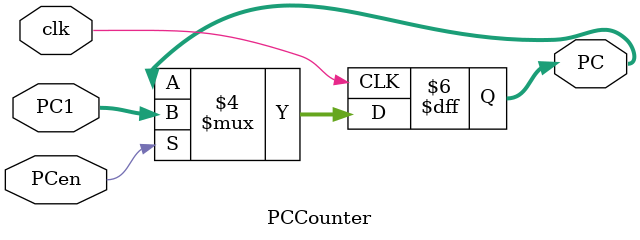
<source format=v>
module PCCounter #(parameter Width = 32) (clk, PCen,PC1,PC);
input clk, PCen;
input [Width-1:0] PC1;
output reg [Width-1:0] PC;
always@(posedge clk)
begin
if(PCen == 0)
PC <= PC;
else 
PC <= PC1;
end
endmodule

</source>
